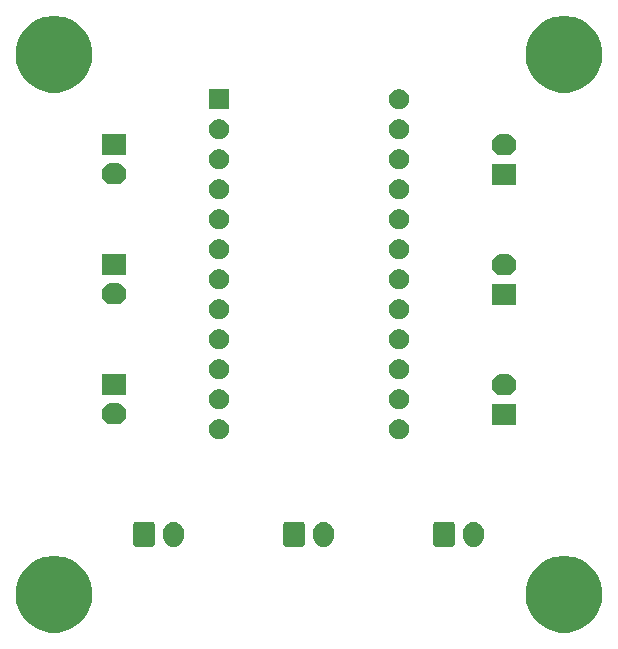
<source format=gbr>
G04 #@! TF.GenerationSoftware,KiCad,Pcbnew,(5.1.5)-3*
G04 #@! TF.CreationDate,2020-03-31T15:12:15+09:00*
G04 #@! TF.ProjectId,sif,7369662e-6b69-4636-9164-5f7063625858,rev?*
G04 #@! TF.SameCoordinates,Original*
G04 #@! TF.FileFunction,Soldermask,Top*
G04 #@! TF.FilePolarity,Negative*
%FSLAX46Y46*%
G04 Gerber Fmt 4.6, Leading zero omitted, Abs format (unit mm)*
G04 Created by KiCad (PCBNEW (5.1.5)-3) date 2020-03-31 15:12:15*
%MOMM*%
%LPD*%
G04 APERTURE LIST*
%ADD10C,0.150000*%
G04 APERTURE END LIST*
D10*
G36*
X60324239Y-59041467D02*
G01*
X60638282Y-59103934D01*
X61229926Y-59349001D01*
X61762392Y-59704784D01*
X62215216Y-60157608D01*
X62570999Y-60690074D01*
X62816066Y-61281718D01*
X62816066Y-61281719D01*
X62941000Y-61909803D01*
X62941000Y-62550197D01*
X62878533Y-62864239D01*
X62816066Y-63178282D01*
X62570999Y-63769926D01*
X62215216Y-64302392D01*
X61762392Y-64755216D01*
X61229926Y-65110999D01*
X60638282Y-65356066D01*
X60324239Y-65418533D01*
X60010197Y-65481000D01*
X59369803Y-65481000D01*
X59055761Y-65418533D01*
X58741718Y-65356066D01*
X58150074Y-65110999D01*
X57617608Y-64755216D01*
X57164784Y-64302392D01*
X56809001Y-63769926D01*
X56563934Y-63178282D01*
X56501467Y-62864239D01*
X56439000Y-62550197D01*
X56439000Y-61909803D01*
X56563934Y-61281719D01*
X56563934Y-61281718D01*
X56809001Y-60690074D01*
X57164784Y-60157608D01*
X57617608Y-59704784D01*
X58150074Y-59349001D01*
X58741718Y-59103934D01*
X59055761Y-59041467D01*
X59369803Y-58979000D01*
X60010197Y-58979000D01*
X60324239Y-59041467D01*
G37*
G36*
X17144239Y-59041467D02*
G01*
X17458282Y-59103934D01*
X18049926Y-59349001D01*
X18582392Y-59704784D01*
X19035216Y-60157608D01*
X19390999Y-60690074D01*
X19636066Y-61281718D01*
X19636066Y-61281719D01*
X19761000Y-61909803D01*
X19761000Y-62550197D01*
X19698533Y-62864239D01*
X19636066Y-63178282D01*
X19390999Y-63769926D01*
X19035216Y-64302392D01*
X18582392Y-64755216D01*
X18049926Y-65110999D01*
X17458282Y-65356066D01*
X17144239Y-65418533D01*
X16830197Y-65481000D01*
X16189803Y-65481000D01*
X15875761Y-65418533D01*
X15561718Y-65356066D01*
X14970074Y-65110999D01*
X14437608Y-64755216D01*
X13984784Y-64302392D01*
X13629001Y-63769926D01*
X13383934Y-63178282D01*
X13321467Y-62864239D01*
X13259000Y-62550197D01*
X13259000Y-61909803D01*
X13383934Y-61281719D01*
X13383934Y-61281718D01*
X13629001Y-60690074D01*
X13984784Y-60157608D01*
X14437608Y-59704784D01*
X14970074Y-59349001D01*
X15561718Y-59103934D01*
X15875761Y-59041467D01*
X16189803Y-58979000D01*
X16830197Y-58979000D01*
X17144239Y-59041467D01*
G37*
G36*
X52206626Y-56112037D02*
G01*
X52376465Y-56163557D01*
X52376467Y-56163558D01*
X52532989Y-56247221D01*
X52670186Y-56359814D01*
X52753448Y-56461271D01*
X52782778Y-56497009D01*
X52866443Y-56653534D01*
X52917963Y-56823373D01*
X52931000Y-56955742D01*
X52931000Y-57344257D01*
X52917963Y-57476626D01*
X52866443Y-57646466D01*
X52782778Y-57802991D01*
X52753448Y-57838729D01*
X52670186Y-57940186D01*
X52575250Y-58018097D01*
X52532991Y-58052778D01*
X52376466Y-58136443D01*
X52206627Y-58187963D01*
X52030000Y-58205359D01*
X51853374Y-58187963D01*
X51683535Y-58136443D01*
X51527010Y-58052778D01*
X51389815Y-57940185D01*
X51277222Y-57802991D01*
X51193557Y-57646466D01*
X51142037Y-57476627D01*
X51129000Y-57344258D01*
X51129000Y-56955743D01*
X51142037Y-56823374D01*
X51193557Y-56653535D01*
X51277222Y-56497010D01*
X51277223Y-56497009D01*
X51389814Y-56359814D01*
X51491271Y-56276552D01*
X51527009Y-56247222D01*
X51683534Y-56163557D01*
X51853373Y-56112037D01*
X52030000Y-56094641D01*
X52206626Y-56112037D01*
G37*
G36*
X26806626Y-56112037D02*
G01*
X26976465Y-56163557D01*
X26976467Y-56163558D01*
X27132989Y-56247221D01*
X27270186Y-56359814D01*
X27353448Y-56461271D01*
X27382778Y-56497009D01*
X27466443Y-56653534D01*
X27517963Y-56823373D01*
X27531000Y-56955742D01*
X27531000Y-57344257D01*
X27517963Y-57476626D01*
X27466443Y-57646466D01*
X27382778Y-57802991D01*
X27353448Y-57838729D01*
X27270186Y-57940186D01*
X27175250Y-58018097D01*
X27132991Y-58052778D01*
X26976466Y-58136443D01*
X26806627Y-58187963D01*
X26630000Y-58205359D01*
X26453374Y-58187963D01*
X26283535Y-58136443D01*
X26127010Y-58052778D01*
X25989815Y-57940185D01*
X25877222Y-57802991D01*
X25793557Y-57646466D01*
X25742037Y-57476627D01*
X25729000Y-57344258D01*
X25729000Y-56955743D01*
X25742037Y-56823374D01*
X25793557Y-56653535D01*
X25877222Y-56497010D01*
X25877223Y-56497009D01*
X25989814Y-56359814D01*
X26091271Y-56276552D01*
X26127009Y-56247222D01*
X26283534Y-56163557D01*
X26453373Y-56112037D01*
X26630000Y-56094641D01*
X26806626Y-56112037D01*
G37*
G36*
X39506626Y-56112037D02*
G01*
X39676465Y-56163557D01*
X39676467Y-56163558D01*
X39832989Y-56247221D01*
X39970186Y-56359814D01*
X40053448Y-56461271D01*
X40082778Y-56497009D01*
X40166443Y-56653534D01*
X40217963Y-56823373D01*
X40231000Y-56955742D01*
X40231000Y-57344257D01*
X40217963Y-57476626D01*
X40166443Y-57646466D01*
X40082778Y-57802991D01*
X40053448Y-57838729D01*
X39970186Y-57940186D01*
X39875250Y-58018097D01*
X39832991Y-58052778D01*
X39676466Y-58136443D01*
X39506627Y-58187963D01*
X39330000Y-58205359D01*
X39153374Y-58187963D01*
X38983535Y-58136443D01*
X38827010Y-58052778D01*
X38689815Y-57940185D01*
X38577222Y-57802991D01*
X38493557Y-57646466D01*
X38442037Y-57476627D01*
X38429000Y-57344258D01*
X38429000Y-56955743D01*
X38442037Y-56823374D01*
X38493557Y-56653535D01*
X38577222Y-56497010D01*
X38577223Y-56497009D01*
X38689814Y-56359814D01*
X38791271Y-56276552D01*
X38827009Y-56247222D01*
X38983534Y-56163557D01*
X39153373Y-56112037D01*
X39330000Y-56094641D01*
X39506626Y-56112037D01*
G37*
G36*
X37588600Y-56102989D02*
G01*
X37621652Y-56113015D01*
X37652103Y-56129292D01*
X37678799Y-56151201D01*
X37700708Y-56177897D01*
X37716985Y-56208348D01*
X37727011Y-56241400D01*
X37731000Y-56281903D01*
X37731000Y-58018097D01*
X37727011Y-58058600D01*
X37716985Y-58091652D01*
X37700708Y-58122103D01*
X37678799Y-58148799D01*
X37652103Y-58170708D01*
X37621652Y-58186985D01*
X37588600Y-58197011D01*
X37548097Y-58201000D01*
X36111903Y-58201000D01*
X36071400Y-58197011D01*
X36038348Y-58186985D01*
X36007897Y-58170708D01*
X35981201Y-58148799D01*
X35959292Y-58122103D01*
X35943015Y-58091652D01*
X35932989Y-58058600D01*
X35929000Y-58018097D01*
X35929000Y-56281903D01*
X35932989Y-56241400D01*
X35943015Y-56208348D01*
X35959292Y-56177897D01*
X35981201Y-56151201D01*
X36007897Y-56129292D01*
X36038348Y-56113015D01*
X36071400Y-56102989D01*
X36111903Y-56099000D01*
X37548097Y-56099000D01*
X37588600Y-56102989D01*
G37*
G36*
X24888600Y-56102989D02*
G01*
X24921652Y-56113015D01*
X24952103Y-56129292D01*
X24978799Y-56151201D01*
X25000708Y-56177897D01*
X25016985Y-56208348D01*
X25027011Y-56241400D01*
X25031000Y-56281903D01*
X25031000Y-58018097D01*
X25027011Y-58058600D01*
X25016985Y-58091652D01*
X25000708Y-58122103D01*
X24978799Y-58148799D01*
X24952103Y-58170708D01*
X24921652Y-58186985D01*
X24888600Y-58197011D01*
X24848097Y-58201000D01*
X23411903Y-58201000D01*
X23371400Y-58197011D01*
X23338348Y-58186985D01*
X23307897Y-58170708D01*
X23281201Y-58148799D01*
X23259292Y-58122103D01*
X23243015Y-58091652D01*
X23232989Y-58058600D01*
X23229000Y-58018097D01*
X23229000Y-56281903D01*
X23232989Y-56241400D01*
X23243015Y-56208348D01*
X23259292Y-56177897D01*
X23281201Y-56151201D01*
X23307897Y-56129292D01*
X23338348Y-56113015D01*
X23371400Y-56102989D01*
X23411903Y-56099000D01*
X24848097Y-56099000D01*
X24888600Y-56102989D01*
G37*
G36*
X50288600Y-56102989D02*
G01*
X50321652Y-56113015D01*
X50352103Y-56129292D01*
X50378799Y-56151201D01*
X50400708Y-56177897D01*
X50416985Y-56208348D01*
X50427011Y-56241400D01*
X50431000Y-56281903D01*
X50431000Y-58018097D01*
X50427011Y-58058600D01*
X50416985Y-58091652D01*
X50400708Y-58122103D01*
X50378799Y-58148799D01*
X50352103Y-58170708D01*
X50321652Y-58186985D01*
X50288600Y-58197011D01*
X50248097Y-58201000D01*
X48811903Y-58201000D01*
X48771400Y-58197011D01*
X48738348Y-58186985D01*
X48707897Y-58170708D01*
X48681201Y-58148799D01*
X48659292Y-58122103D01*
X48643015Y-58091652D01*
X48632989Y-58058600D01*
X48629000Y-58018097D01*
X48629000Y-56281903D01*
X48632989Y-56241400D01*
X48643015Y-56208348D01*
X48659292Y-56177897D01*
X48681201Y-56151201D01*
X48707897Y-56129292D01*
X48738348Y-56113015D01*
X48771400Y-56102989D01*
X48811903Y-56099000D01*
X50248097Y-56099000D01*
X50288600Y-56102989D01*
G37*
G36*
X45968228Y-47441703D02*
G01*
X46123100Y-47505853D01*
X46262481Y-47598985D01*
X46381015Y-47717519D01*
X46474147Y-47856900D01*
X46538297Y-48011772D01*
X46571000Y-48176184D01*
X46571000Y-48343816D01*
X46538297Y-48508228D01*
X46474147Y-48663100D01*
X46381015Y-48802481D01*
X46262481Y-48921015D01*
X46123100Y-49014147D01*
X45968228Y-49078297D01*
X45803816Y-49111000D01*
X45636184Y-49111000D01*
X45471772Y-49078297D01*
X45316900Y-49014147D01*
X45177519Y-48921015D01*
X45058985Y-48802481D01*
X44965853Y-48663100D01*
X44901703Y-48508228D01*
X44869000Y-48343816D01*
X44869000Y-48176184D01*
X44901703Y-48011772D01*
X44965853Y-47856900D01*
X45058985Y-47717519D01*
X45177519Y-47598985D01*
X45316900Y-47505853D01*
X45471772Y-47441703D01*
X45636184Y-47409000D01*
X45803816Y-47409000D01*
X45968228Y-47441703D01*
G37*
G36*
X30728228Y-47441703D02*
G01*
X30883100Y-47505853D01*
X31022481Y-47598985D01*
X31141015Y-47717519D01*
X31234147Y-47856900D01*
X31298297Y-48011772D01*
X31331000Y-48176184D01*
X31331000Y-48343816D01*
X31298297Y-48508228D01*
X31234147Y-48663100D01*
X31141015Y-48802481D01*
X31022481Y-48921015D01*
X30883100Y-49014147D01*
X30728228Y-49078297D01*
X30563816Y-49111000D01*
X30396184Y-49111000D01*
X30231772Y-49078297D01*
X30076900Y-49014147D01*
X29937519Y-48921015D01*
X29818985Y-48802481D01*
X29725853Y-48663100D01*
X29661703Y-48508228D01*
X29629000Y-48343816D01*
X29629000Y-48176184D01*
X29661703Y-48011772D01*
X29725853Y-47856900D01*
X29818985Y-47717519D01*
X29937519Y-47598985D01*
X30076900Y-47505853D01*
X30231772Y-47441703D01*
X30396184Y-47409000D01*
X30563816Y-47409000D01*
X30728228Y-47441703D01*
G37*
G36*
X55518600Y-46092989D02*
G01*
X55551652Y-46103015D01*
X55582103Y-46119292D01*
X55608799Y-46141201D01*
X55630708Y-46167897D01*
X55646985Y-46198348D01*
X55657011Y-46231400D01*
X55661000Y-46271903D01*
X55661000Y-47708097D01*
X55657011Y-47748600D01*
X55646985Y-47781652D01*
X55630708Y-47812103D01*
X55608799Y-47838799D01*
X55582103Y-47860708D01*
X55551652Y-47876985D01*
X55518600Y-47887011D01*
X55478097Y-47891000D01*
X53741903Y-47891000D01*
X53701400Y-47887011D01*
X53668348Y-47876985D01*
X53637897Y-47860708D01*
X53611201Y-47838799D01*
X53589292Y-47812103D01*
X53573015Y-47781652D01*
X53562989Y-47748600D01*
X53559000Y-47708097D01*
X53559000Y-46271903D01*
X53562989Y-46231400D01*
X53573015Y-46198348D01*
X53589292Y-46167897D01*
X53611201Y-46141201D01*
X53637897Y-46119292D01*
X53668348Y-46103015D01*
X53701400Y-46092989D01*
X53741903Y-46089000D01*
X55478097Y-46089000D01*
X55518600Y-46092989D01*
G37*
G36*
X21850443Y-46055519D02*
G01*
X21916627Y-46062037D01*
X22086466Y-46113557D01*
X22242991Y-46197222D01*
X22254630Y-46206774D01*
X22380186Y-46309814D01*
X22438618Y-46381015D01*
X22492778Y-46447009D01*
X22576443Y-46603534D01*
X22627963Y-46773373D01*
X22645359Y-46950000D01*
X22627963Y-47126627D01*
X22576443Y-47296466D01*
X22492778Y-47452991D01*
X22463448Y-47488729D01*
X22380186Y-47590186D01*
X22278729Y-47673448D01*
X22242991Y-47702778D01*
X22086466Y-47786443D01*
X21916627Y-47837963D01*
X21850442Y-47844482D01*
X21784260Y-47851000D01*
X21395740Y-47851000D01*
X21329558Y-47844482D01*
X21263373Y-47837963D01*
X21093534Y-47786443D01*
X20937009Y-47702778D01*
X20901271Y-47673448D01*
X20799814Y-47590186D01*
X20716552Y-47488729D01*
X20687222Y-47452991D01*
X20603557Y-47296466D01*
X20552037Y-47126627D01*
X20534641Y-46950000D01*
X20552037Y-46773373D01*
X20603557Y-46603534D01*
X20687222Y-46447009D01*
X20741382Y-46381015D01*
X20799814Y-46309814D01*
X20925370Y-46206774D01*
X20937009Y-46197222D01*
X21093534Y-46113557D01*
X21263373Y-46062037D01*
X21329557Y-46055519D01*
X21395740Y-46049000D01*
X21784260Y-46049000D01*
X21850443Y-46055519D01*
G37*
G36*
X45968228Y-44901703D02*
G01*
X46123100Y-44965853D01*
X46262481Y-45058985D01*
X46381015Y-45177519D01*
X46474147Y-45316900D01*
X46538297Y-45471772D01*
X46571000Y-45636184D01*
X46571000Y-45803816D01*
X46538297Y-45968228D01*
X46474147Y-46123100D01*
X46381015Y-46262481D01*
X46262481Y-46381015D01*
X46123100Y-46474147D01*
X45968228Y-46538297D01*
X45803816Y-46571000D01*
X45636184Y-46571000D01*
X45471772Y-46538297D01*
X45316900Y-46474147D01*
X45177519Y-46381015D01*
X45058985Y-46262481D01*
X44965853Y-46123100D01*
X44901703Y-45968228D01*
X44869000Y-45803816D01*
X44869000Y-45636184D01*
X44901703Y-45471772D01*
X44965853Y-45316900D01*
X45058985Y-45177519D01*
X45177519Y-45058985D01*
X45316900Y-44965853D01*
X45471772Y-44901703D01*
X45636184Y-44869000D01*
X45803816Y-44869000D01*
X45968228Y-44901703D01*
G37*
G36*
X30728228Y-44901703D02*
G01*
X30883100Y-44965853D01*
X31022481Y-45058985D01*
X31141015Y-45177519D01*
X31234147Y-45316900D01*
X31298297Y-45471772D01*
X31331000Y-45636184D01*
X31331000Y-45803816D01*
X31298297Y-45968228D01*
X31234147Y-46123100D01*
X31141015Y-46262481D01*
X31022481Y-46381015D01*
X30883100Y-46474147D01*
X30728228Y-46538297D01*
X30563816Y-46571000D01*
X30396184Y-46571000D01*
X30231772Y-46538297D01*
X30076900Y-46474147D01*
X29937519Y-46381015D01*
X29818985Y-46262481D01*
X29725853Y-46123100D01*
X29661703Y-45968228D01*
X29629000Y-45803816D01*
X29629000Y-45636184D01*
X29661703Y-45471772D01*
X29725853Y-45316900D01*
X29818985Y-45177519D01*
X29937519Y-45058985D01*
X30076900Y-44965853D01*
X30231772Y-44901703D01*
X30396184Y-44869000D01*
X30563816Y-44869000D01*
X30728228Y-44901703D01*
G37*
G36*
X54851583Y-43593661D02*
G01*
X54936627Y-43602037D01*
X55106466Y-43653557D01*
X55262991Y-43737222D01*
X55293550Y-43762301D01*
X55400186Y-43849814D01*
X55469395Y-43934147D01*
X55512778Y-43987009D01*
X55596443Y-44143534D01*
X55647963Y-44313373D01*
X55665359Y-44490000D01*
X55647963Y-44666627D01*
X55596443Y-44836466D01*
X55512778Y-44992991D01*
X55483448Y-45028729D01*
X55400186Y-45130186D01*
X55304637Y-45208600D01*
X55262991Y-45242778D01*
X55106466Y-45326443D01*
X54936627Y-45377963D01*
X54870443Y-45384481D01*
X54804260Y-45391000D01*
X54415740Y-45391000D01*
X54349557Y-45384481D01*
X54283373Y-45377963D01*
X54113534Y-45326443D01*
X53957009Y-45242778D01*
X53915363Y-45208600D01*
X53819814Y-45130186D01*
X53736552Y-45028729D01*
X53707222Y-44992991D01*
X53623557Y-44836466D01*
X53572037Y-44666627D01*
X53554641Y-44490000D01*
X53572037Y-44313373D01*
X53623557Y-44143534D01*
X53707222Y-43987009D01*
X53750605Y-43934147D01*
X53819814Y-43849814D01*
X53926450Y-43762301D01*
X53957009Y-43737222D01*
X54113534Y-43653557D01*
X54283373Y-43602037D01*
X54368417Y-43593661D01*
X54415740Y-43589000D01*
X54804260Y-43589000D01*
X54851583Y-43593661D01*
G37*
G36*
X22498600Y-43552989D02*
G01*
X22531652Y-43563015D01*
X22562103Y-43579292D01*
X22588799Y-43601201D01*
X22610708Y-43627897D01*
X22626985Y-43658348D01*
X22637011Y-43691400D01*
X22641000Y-43731903D01*
X22641000Y-45168097D01*
X22637011Y-45208600D01*
X22626985Y-45241652D01*
X22610708Y-45272103D01*
X22588799Y-45298799D01*
X22562103Y-45320708D01*
X22531652Y-45336985D01*
X22498600Y-45347011D01*
X22458097Y-45351000D01*
X20721903Y-45351000D01*
X20681400Y-45347011D01*
X20648348Y-45336985D01*
X20617897Y-45320708D01*
X20591201Y-45298799D01*
X20569292Y-45272103D01*
X20553015Y-45241652D01*
X20542989Y-45208600D01*
X20539000Y-45168097D01*
X20539000Y-43731903D01*
X20542989Y-43691400D01*
X20553015Y-43658348D01*
X20569292Y-43627897D01*
X20591201Y-43601201D01*
X20617897Y-43579292D01*
X20648348Y-43563015D01*
X20681400Y-43552989D01*
X20721903Y-43549000D01*
X22458097Y-43549000D01*
X22498600Y-43552989D01*
G37*
G36*
X30728228Y-42361703D02*
G01*
X30883100Y-42425853D01*
X31022481Y-42518985D01*
X31141015Y-42637519D01*
X31234147Y-42776900D01*
X31298297Y-42931772D01*
X31331000Y-43096184D01*
X31331000Y-43263816D01*
X31298297Y-43428228D01*
X31234147Y-43583100D01*
X31141015Y-43722481D01*
X31022481Y-43841015D01*
X30883100Y-43934147D01*
X30728228Y-43998297D01*
X30563816Y-44031000D01*
X30396184Y-44031000D01*
X30231772Y-43998297D01*
X30076900Y-43934147D01*
X29937519Y-43841015D01*
X29818985Y-43722481D01*
X29725853Y-43583100D01*
X29661703Y-43428228D01*
X29629000Y-43263816D01*
X29629000Y-43096184D01*
X29661703Y-42931772D01*
X29725853Y-42776900D01*
X29818985Y-42637519D01*
X29937519Y-42518985D01*
X30076900Y-42425853D01*
X30231772Y-42361703D01*
X30396184Y-42329000D01*
X30563816Y-42329000D01*
X30728228Y-42361703D01*
G37*
G36*
X45968228Y-42361703D02*
G01*
X46123100Y-42425853D01*
X46262481Y-42518985D01*
X46381015Y-42637519D01*
X46474147Y-42776900D01*
X46538297Y-42931772D01*
X46571000Y-43096184D01*
X46571000Y-43263816D01*
X46538297Y-43428228D01*
X46474147Y-43583100D01*
X46381015Y-43722481D01*
X46262481Y-43841015D01*
X46123100Y-43934147D01*
X45968228Y-43998297D01*
X45803816Y-44031000D01*
X45636184Y-44031000D01*
X45471772Y-43998297D01*
X45316900Y-43934147D01*
X45177519Y-43841015D01*
X45058985Y-43722481D01*
X44965853Y-43583100D01*
X44901703Y-43428228D01*
X44869000Y-43263816D01*
X44869000Y-43096184D01*
X44901703Y-42931772D01*
X44965853Y-42776900D01*
X45058985Y-42637519D01*
X45177519Y-42518985D01*
X45316900Y-42425853D01*
X45471772Y-42361703D01*
X45636184Y-42329000D01*
X45803816Y-42329000D01*
X45968228Y-42361703D01*
G37*
G36*
X30728228Y-39821703D02*
G01*
X30883100Y-39885853D01*
X31022481Y-39978985D01*
X31141015Y-40097519D01*
X31234147Y-40236900D01*
X31298297Y-40391772D01*
X31331000Y-40556184D01*
X31331000Y-40723816D01*
X31298297Y-40888228D01*
X31234147Y-41043100D01*
X31141015Y-41182481D01*
X31022481Y-41301015D01*
X30883100Y-41394147D01*
X30728228Y-41458297D01*
X30563816Y-41491000D01*
X30396184Y-41491000D01*
X30231772Y-41458297D01*
X30076900Y-41394147D01*
X29937519Y-41301015D01*
X29818985Y-41182481D01*
X29725853Y-41043100D01*
X29661703Y-40888228D01*
X29629000Y-40723816D01*
X29629000Y-40556184D01*
X29661703Y-40391772D01*
X29725853Y-40236900D01*
X29818985Y-40097519D01*
X29937519Y-39978985D01*
X30076900Y-39885853D01*
X30231772Y-39821703D01*
X30396184Y-39789000D01*
X30563816Y-39789000D01*
X30728228Y-39821703D01*
G37*
G36*
X45968228Y-39821703D02*
G01*
X46123100Y-39885853D01*
X46262481Y-39978985D01*
X46381015Y-40097519D01*
X46474147Y-40236900D01*
X46538297Y-40391772D01*
X46571000Y-40556184D01*
X46571000Y-40723816D01*
X46538297Y-40888228D01*
X46474147Y-41043100D01*
X46381015Y-41182481D01*
X46262481Y-41301015D01*
X46123100Y-41394147D01*
X45968228Y-41458297D01*
X45803816Y-41491000D01*
X45636184Y-41491000D01*
X45471772Y-41458297D01*
X45316900Y-41394147D01*
X45177519Y-41301015D01*
X45058985Y-41182481D01*
X44965853Y-41043100D01*
X44901703Y-40888228D01*
X44869000Y-40723816D01*
X44869000Y-40556184D01*
X44901703Y-40391772D01*
X44965853Y-40236900D01*
X45058985Y-40097519D01*
X45177519Y-39978985D01*
X45316900Y-39885853D01*
X45471772Y-39821703D01*
X45636184Y-39789000D01*
X45803816Y-39789000D01*
X45968228Y-39821703D01*
G37*
G36*
X30728228Y-37281703D02*
G01*
X30883100Y-37345853D01*
X31022481Y-37438985D01*
X31141015Y-37557519D01*
X31234147Y-37696900D01*
X31298297Y-37851772D01*
X31331000Y-38016184D01*
X31331000Y-38183816D01*
X31298297Y-38348228D01*
X31234147Y-38503100D01*
X31141015Y-38642481D01*
X31022481Y-38761015D01*
X30883100Y-38854147D01*
X30728228Y-38918297D01*
X30563816Y-38951000D01*
X30396184Y-38951000D01*
X30231772Y-38918297D01*
X30076900Y-38854147D01*
X29937519Y-38761015D01*
X29818985Y-38642481D01*
X29725853Y-38503100D01*
X29661703Y-38348228D01*
X29629000Y-38183816D01*
X29629000Y-38016184D01*
X29661703Y-37851772D01*
X29725853Y-37696900D01*
X29818985Y-37557519D01*
X29937519Y-37438985D01*
X30076900Y-37345853D01*
X30231772Y-37281703D01*
X30396184Y-37249000D01*
X30563816Y-37249000D01*
X30728228Y-37281703D01*
G37*
G36*
X45968228Y-37281703D02*
G01*
X46123100Y-37345853D01*
X46262481Y-37438985D01*
X46381015Y-37557519D01*
X46474147Y-37696900D01*
X46538297Y-37851772D01*
X46571000Y-38016184D01*
X46571000Y-38183816D01*
X46538297Y-38348228D01*
X46474147Y-38503100D01*
X46381015Y-38642481D01*
X46262481Y-38761015D01*
X46123100Y-38854147D01*
X45968228Y-38918297D01*
X45803816Y-38951000D01*
X45636184Y-38951000D01*
X45471772Y-38918297D01*
X45316900Y-38854147D01*
X45177519Y-38761015D01*
X45058985Y-38642481D01*
X44965853Y-38503100D01*
X44901703Y-38348228D01*
X44869000Y-38183816D01*
X44869000Y-38016184D01*
X44901703Y-37851772D01*
X44965853Y-37696900D01*
X45058985Y-37557519D01*
X45177519Y-37438985D01*
X45316900Y-37345853D01*
X45471772Y-37281703D01*
X45636184Y-37249000D01*
X45803816Y-37249000D01*
X45968228Y-37281703D01*
G37*
G36*
X55518600Y-35932989D02*
G01*
X55551652Y-35943015D01*
X55582103Y-35959292D01*
X55608799Y-35981201D01*
X55630708Y-36007897D01*
X55646985Y-36038348D01*
X55657011Y-36071400D01*
X55661000Y-36111903D01*
X55661000Y-37548097D01*
X55657011Y-37588600D01*
X55646985Y-37621652D01*
X55630708Y-37652103D01*
X55608799Y-37678799D01*
X55582103Y-37700708D01*
X55551652Y-37716985D01*
X55518600Y-37727011D01*
X55478097Y-37731000D01*
X53741903Y-37731000D01*
X53701400Y-37727011D01*
X53668348Y-37716985D01*
X53637897Y-37700708D01*
X53611201Y-37678799D01*
X53589292Y-37652103D01*
X53573015Y-37621652D01*
X53562989Y-37588600D01*
X53559000Y-37548097D01*
X53559000Y-36111903D01*
X53562989Y-36071400D01*
X53573015Y-36038348D01*
X53589292Y-36007897D01*
X53611201Y-35981201D01*
X53637897Y-35959292D01*
X53668348Y-35943015D01*
X53701400Y-35932989D01*
X53741903Y-35929000D01*
X55478097Y-35929000D01*
X55518600Y-35932989D01*
G37*
G36*
X21850442Y-35895518D02*
G01*
X21916627Y-35902037D01*
X22086466Y-35953557D01*
X22242991Y-36037222D01*
X22254630Y-36046774D01*
X22380186Y-36149814D01*
X22438618Y-36221015D01*
X22492778Y-36287009D01*
X22576443Y-36443534D01*
X22627963Y-36613373D01*
X22645359Y-36790000D01*
X22627963Y-36966627D01*
X22576443Y-37136466D01*
X22492778Y-37292991D01*
X22463448Y-37328729D01*
X22380186Y-37430186D01*
X22278729Y-37513448D01*
X22242991Y-37542778D01*
X22086466Y-37626443D01*
X21916627Y-37677963D01*
X21850443Y-37684481D01*
X21784260Y-37691000D01*
X21395740Y-37691000D01*
X21329557Y-37684481D01*
X21263373Y-37677963D01*
X21093534Y-37626443D01*
X20937009Y-37542778D01*
X20901271Y-37513448D01*
X20799814Y-37430186D01*
X20716552Y-37328729D01*
X20687222Y-37292991D01*
X20603557Y-37136466D01*
X20552037Y-36966627D01*
X20534641Y-36790000D01*
X20552037Y-36613373D01*
X20603557Y-36443534D01*
X20687222Y-36287009D01*
X20741382Y-36221015D01*
X20799814Y-36149814D01*
X20925370Y-36046774D01*
X20937009Y-36037222D01*
X21093534Y-35953557D01*
X21263373Y-35902037D01*
X21329558Y-35895518D01*
X21395740Y-35889000D01*
X21784260Y-35889000D01*
X21850442Y-35895518D01*
G37*
G36*
X30728228Y-34741703D02*
G01*
X30883100Y-34805853D01*
X31022481Y-34898985D01*
X31141015Y-35017519D01*
X31234147Y-35156900D01*
X31298297Y-35311772D01*
X31331000Y-35476184D01*
X31331000Y-35643816D01*
X31298297Y-35808228D01*
X31234147Y-35963100D01*
X31141015Y-36102481D01*
X31022481Y-36221015D01*
X30883100Y-36314147D01*
X30728228Y-36378297D01*
X30563816Y-36411000D01*
X30396184Y-36411000D01*
X30231772Y-36378297D01*
X30076900Y-36314147D01*
X29937519Y-36221015D01*
X29818985Y-36102481D01*
X29725853Y-35963100D01*
X29661703Y-35808228D01*
X29629000Y-35643816D01*
X29629000Y-35476184D01*
X29661703Y-35311772D01*
X29725853Y-35156900D01*
X29818985Y-35017519D01*
X29937519Y-34898985D01*
X30076900Y-34805853D01*
X30231772Y-34741703D01*
X30396184Y-34709000D01*
X30563816Y-34709000D01*
X30728228Y-34741703D01*
G37*
G36*
X45968228Y-34741703D02*
G01*
X46123100Y-34805853D01*
X46262481Y-34898985D01*
X46381015Y-35017519D01*
X46474147Y-35156900D01*
X46538297Y-35311772D01*
X46571000Y-35476184D01*
X46571000Y-35643816D01*
X46538297Y-35808228D01*
X46474147Y-35963100D01*
X46381015Y-36102481D01*
X46262481Y-36221015D01*
X46123100Y-36314147D01*
X45968228Y-36378297D01*
X45803816Y-36411000D01*
X45636184Y-36411000D01*
X45471772Y-36378297D01*
X45316900Y-36314147D01*
X45177519Y-36221015D01*
X45058985Y-36102481D01*
X44965853Y-35963100D01*
X44901703Y-35808228D01*
X44869000Y-35643816D01*
X44869000Y-35476184D01*
X44901703Y-35311772D01*
X44965853Y-35156900D01*
X45058985Y-35017519D01*
X45177519Y-34898985D01*
X45316900Y-34805853D01*
X45471772Y-34741703D01*
X45636184Y-34709000D01*
X45803816Y-34709000D01*
X45968228Y-34741703D01*
G37*
G36*
X54851583Y-33433661D02*
G01*
X54936627Y-33442037D01*
X55106466Y-33493557D01*
X55262991Y-33577222D01*
X55293550Y-33602301D01*
X55400186Y-33689814D01*
X55469395Y-33774147D01*
X55512778Y-33827009D01*
X55596443Y-33983534D01*
X55647963Y-34153373D01*
X55665359Y-34330000D01*
X55647963Y-34506627D01*
X55596443Y-34676466D01*
X55512778Y-34832991D01*
X55483448Y-34868729D01*
X55400186Y-34970186D01*
X55304637Y-35048600D01*
X55262991Y-35082778D01*
X55106466Y-35166443D01*
X54936627Y-35217963D01*
X54870442Y-35224482D01*
X54804260Y-35231000D01*
X54415740Y-35231000D01*
X54349558Y-35224482D01*
X54283373Y-35217963D01*
X54113534Y-35166443D01*
X53957009Y-35082778D01*
X53915363Y-35048600D01*
X53819814Y-34970186D01*
X53736552Y-34868729D01*
X53707222Y-34832991D01*
X53623557Y-34676466D01*
X53572037Y-34506627D01*
X53554641Y-34330000D01*
X53572037Y-34153373D01*
X53623557Y-33983534D01*
X53707222Y-33827009D01*
X53750605Y-33774147D01*
X53819814Y-33689814D01*
X53926450Y-33602301D01*
X53957009Y-33577222D01*
X54113534Y-33493557D01*
X54283373Y-33442037D01*
X54368417Y-33433661D01*
X54415740Y-33429000D01*
X54804260Y-33429000D01*
X54851583Y-33433661D01*
G37*
G36*
X22498600Y-33392989D02*
G01*
X22531652Y-33403015D01*
X22562103Y-33419292D01*
X22588799Y-33441201D01*
X22610708Y-33467897D01*
X22626985Y-33498348D01*
X22637011Y-33531400D01*
X22641000Y-33571903D01*
X22641000Y-35008097D01*
X22637011Y-35048600D01*
X22626985Y-35081652D01*
X22610708Y-35112103D01*
X22588799Y-35138799D01*
X22562103Y-35160708D01*
X22531652Y-35176985D01*
X22498600Y-35187011D01*
X22458097Y-35191000D01*
X20721903Y-35191000D01*
X20681400Y-35187011D01*
X20648348Y-35176985D01*
X20617897Y-35160708D01*
X20591201Y-35138799D01*
X20569292Y-35112103D01*
X20553015Y-35081652D01*
X20542989Y-35048600D01*
X20539000Y-35008097D01*
X20539000Y-33571903D01*
X20542989Y-33531400D01*
X20553015Y-33498348D01*
X20569292Y-33467897D01*
X20591201Y-33441201D01*
X20617897Y-33419292D01*
X20648348Y-33403015D01*
X20681400Y-33392989D01*
X20721903Y-33389000D01*
X22458097Y-33389000D01*
X22498600Y-33392989D01*
G37*
G36*
X30728228Y-32201703D02*
G01*
X30883100Y-32265853D01*
X31022481Y-32358985D01*
X31141015Y-32477519D01*
X31234147Y-32616900D01*
X31298297Y-32771772D01*
X31331000Y-32936184D01*
X31331000Y-33103816D01*
X31298297Y-33268228D01*
X31234147Y-33423100D01*
X31141015Y-33562481D01*
X31022481Y-33681015D01*
X30883100Y-33774147D01*
X30728228Y-33838297D01*
X30563816Y-33871000D01*
X30396184Y-33871000D01*
X30231772Y-33838297D01*
X30076900Y-33774147D01*
X29937519Y-33681015D01*
X29818985Y-33562481D01*
X29725853Y-33423100D01*
X29661703Y-33268228D01*
X29629000Y-33103816D01*
X29629000Y-32936184D01*
X29661703Y-32771772D01*
X29725853Y-32616900D01*
X29818985Y-32477519D01*
X29937519Y-32358985D01*
X30076900Y-32265853D01*
X30231772Y-32201703D01*
X30396184Y-32169000D01*
X30563816Y-32169000D01*
X30728228Y-32201703D01*
G37*
G36*
X45968228Y-32201703D02*
G01*
X46123100Y-32265853D01*
X46262481Y-32358985D01*
X46381015Y-32477519D01*
X46474147Y-32616900D01*
X46538297Y-32771772D01*
X46571000Y-32936184D01*
X46571000Y-33103816D01*
X46538297Y-33268228D01*
X46474147Y-33423100D01*
X46381015Y-33562481D01*
X46262481Y-33681015D01*
X46123100Y-33774147D01*
X45968228Y-33838297D01*
X45803816Y-33871000D01*
X45636184Y-33871000D01*
X45471772Y-33838297D01*
X45316900Y-33774147D01*
X45177519Y-33681015D01*
X45058985Y-33562481D01*
X44965853Y-33423100D01*
X44901703Y-33268228D01*
X44869000Y-33103816D01*
X44869000Y-32936184D01*
X44901703Y-32771772D01*
X44965853Y-32616900D01*
X45058985Y-32477519D01*
X45177519Y-32358985D01*
X45316900Y-32265853D01*
X45471772Y-32201703D01*
X45636184Y-32169000D01*
X45803816Y-32169000D01*
X45968228Y-32201703D01*
G37*
G36*
X30728228Y-29661703D02*
G01*
X30883100Y-29725853D01*
X31022481Y-29818985D01*
X31141015Y-29937519D01*
X31234147Y-30076900D01*
X31298297Y-30231772D01*
X31331000Y-30396184D01*
X31331000Y-30563816D01*
X31298297Y-30728228D01*
X31234147Y-30883100D01*
X31141015Y-31022481D01*
X31022481Y-31141015D01*
X30883100Y-31234147D01*
X30728228Y-31298297D01*
X30563816Y-31331000D01*
X30396184Y-31331000D01*
X30231772Y-31298297D01*
X30076900Y-31234147D01*
X29937519Y-31141015D01*
X29818985Y-31022481D01*
X29725853Y-30883100D01*
X29661703Y-30728228D01*
X29629000Y-30563816D01*
X29629000Y-30396184D01*
X29661703Y-30231772D01*
X29725853Y-30076900D01*
X29818985Y-29937519D01*
X29937519Y-29818985D01*
X30076900Y-29725853D01*
X30231772Y-29661703D01*
X30396184Y-29629000D01*
X30563816Y-29629000D01*
X30728228Y-29661703D01*
G37*
G36*
X45968228Y-29661703D02*
G01*
X46123100Y-29725853D01*
X46262481Y-29818985D01*
X46381015Y-29937519D01*
X46474147Y-30076900D01*
X46538297Y-30231772D01*
X46571000Y-30396184D01*
X46571000Y-30563816D01*
X46538297Y-30728228D01*
X46474147Y-30883100D01*
X46381015Y-31022481D01*
X46262481Y-31141015D01*
X46123100Y-31234147D01*
X45968228Y-31298297D01*
X45803816Y-31331000D01*
X45636184Y-31331000D01*
X45471772Y-31298297D01*
X45316900Y-31234147D01*
X45177519Y-31141015D01*
X45058985Y-31022481D01*
X44965853Y-30883100D01*
X44901703Y-30728228D01*
X44869000Y-30563816D01*
X44869000Y-30396184D01*
X44901703Y-30231772D01*
X44965853Y-30076900D01*
X45058985Y-29937519D01*
X45177519Y-29818985D01*
X45316900Y-29725853D01*
X45471772Y-29661703D01*
X45636184Y-29629000D01*
X45803816Y-29629000D01*
X45968228Y-29661703D01*
G37*
G36*
X30728228Y-27121703D02*
G01*
X30883100Y-27185853D01*
X31022481Y-27278985D01*
X31141015Y-27397519D01*
X31234147Y-27536900D01*
X31298297Y-27691772D01*
X31331000Y-27856184D01*
X31331000Y-28023816D01*
X31298297Y-28188228D01*
X31234147Y-28343100D01*
X31141015Y-28482481D01*
X31022481Y-28601015D01*
X30883100Y-28694147D01*
X30728228Y-28758297D01*
X30563816Y-28791000D01*
X30396184Y-28791000D01*
X30231772Y-28758297D01*
X30076900Y-28694147D01*
X29937519Y-28601015D01*
X29818985Y-28482481D01*
X29725853Y-28343100D01*
X29661703Y-28188228D01*
X29629000Y-28023816D01*
X29629000Y-27856184D01*
X29661703Y-27691772D01*
X29725853Y-27536900D01*
X29818985Y-27397519D01*
X29937519Y-27278985D01*
X30076900Y-27185853D01*
X30231772Y-27121703D01*
X30396184Y-27089000D01*
X30563816Y-27089000D01*
X30728228Y-27121703D01*
G37*
G36*
X45968228Y-27121703D02*
G01*
X46123100Y-27185853D01*
X46262481Y-27278985D01*
X46381015Y-27397519D01*
X46474147Y-27536900D01*
X46538297Y-27691772D01*
X46571000Y-27856184D01*
X46571000Y-28023816D01*
X46538297Y-28188228D01*
X46474147Y-28343100D01*
X46381015Y-28482481D01*
X46262481Y-28601015D01*
X46123100Y-28694147D01*
X45968228Y-28758297D01*
X45803816Y-28791000D01*
X45636184Y-28791000D01*
X45471772Y-28758297D01*
X45316900Y-28694147D01*
X45177519Y-28601015D01*
X45058985Y-28482481D01*
X44965853Y-28343100D01*
X44901703Y-28188228D01*
X44869000Y-28023816D01*
X44869000Y-27856184D01*
X44901703Y-27691772D01*
X44965853Y-27536900D01*
X45058985Y-27397519D01*
X45177519Y-27278985D01*
X45316900Y-27185853D01*
X45471772Y-27121703D01*
X45636184Y-27089000D01*
X45803816Y-27089000D01*
X45968228Y-27121703D01*
G37*
G36*
X55518600Y-25772989D02*
G01*
X55551652Y-25783015D01*
X55582103Y-25799292D01*
X55608799Y-25821201D01*
X55630708Y-25847897D01*
X55646985Y-25878348D01*
X55657011Y-25911400D01*
X55661000Y-25951903D01*
X55661000Y-27388097D01*
X55657011Y-27428600D01*
X55646985Y-27461652D01*
X55630708Y-27492103D01*
X55608799Y-27518799D01*
X55582103Y-27540708D01*
X55551652Y-27556985D01*
X55518600Y-27567011D01*
X55478097Y-27571000D01*
X53741903Y-27571000D01*
X53701400Y-27567011D01*
X53668348Y-27556985D01*
X53637897Y-27540708D01*
X53611201Y-27518799D01*
X53589292Y-27492103D01*
X53573015Y-27461652D01*
X53562989Y-27428600D01*
X53559000Y-27388097D01*
X53559000Y-25951903D01*
X53562989Y-25911400D01*
X53573015Y-25878348D01*
X53589292Y-25847897D01*
X53611201Y-25821201D01*
X53637897Y-25799292D01*
X53668348Y-25783015D01*
X53701400Y-25772989D01*
X53741903Y-25769000D01*
X55478097Y-25769000D01*
X55518600Y-25772989D01*
G37*
G36*
X21850443Y-25735519D02*
G01*
X21916627Y-25742037D01*
X22086466Y-25793557D01*
X22242991Y-25877222D01*
X22254630Y-25886774D01*
X22380186Y-25989814D01*
X22438618Y-26061015D01*
X22492778Y-26127009D01*
X22576443Y-26283534D01*
X22627963Y-26453373D01*
X22645359Y-26630000D01*
X22627963Y-26806627D01*
X22576443Y-26976466D01*
X22492778Y-27132991D01*
X22463448Y-27168729D01*
X22380186Y-27270186D01*
X22278729Y-27353448D01*
X22242991Y-27382778D01*
X22086466Y-27466443D01*
X21916627Y-27517963D01*
X21850442Y-27524482D01*
X21784260Y-27531000D01*
X21395740Y-27531000D01*
X21329558Y-27524482D01*
X21263373Y-27517963D01*
X21093534Y-27466443D01*
X20937009Y-27382778D01*
X20901271Y-27353448D01*
X20799814Y-27270186D01*
X20716552Y-27168729D01*
X20687222Y-27132991D01*
X20603557Y-26976466D01*
X20552037Y-26806627D01*
X20534641Y-26630000D01*
X20552037Y-26453373D01*
X20603557Y-26283534D01*
X20687222Y-26127009D01*
X20741382Y-26061015D01*
X20799814Y-25989814D01*
X20925370Y-25886774D01*
X20937009Y-25877222D01*
X21093534Y-25793557D01*
X21263373Y-25742037D01*
X21329558Y-25735518D01*
X21395740Y-25729000D01*
X21784260Y-25729000D01*
X21850443Y-25735519D01*
G37*
G36*
X45968228Y-24581703D02*
G01*
X46123100Y-24645853D01*
X46262481Y-24738985D01*
X46381015Y-24857519D01*
X46474147Y-24996900D01*
X46538297Y-25151772D01*
X46571000Y-25316184D01*
X46571000Y-25483816D01*
X46538297Y-25648228D01*
X46474147Y-25803100D01*
X46381015Y-25942481D01*
X46262481Y-26061015D01*
X46123100Y-26154147D01*
X45968228Y-26218297D01*
X45803816Y-26251000D01*
X45636184Y-26251000D01*
X45471772Y-26218297D01*
X45316900Y-26154147D01*
X45177519Y-26061015D01*
X45058985Y-25942481D01*
X44965853Y-25803100D01*
X44901703Y-25648228D01*
X44869000Y-25483816D01*
X44869000Y-25316184D01*
X44901703Y-25151772D01*
X44965853Y-24996900D01*
X45058985Y-24857519D01*
X45177519Y-24738985D01*
X45316900Y-24645853D01*
X45471772Y-24581703D01*
X45636184Y-24549000D01*
X45803816Y-24549000D01*
X45968228Y-24581703D01*
G37*
G36*
X30728228Y-24581703D02*
G01*
X30883100Y-24645853D01*
X31022481Y-24738985D01*
X31141015Y-24857519D01*
X31234147Y-24996900D01*
X31298297Y-25151772D01*
X31331000Y-25316184D01*
X31331000Y-25483816D01*
X31298297Y-25648228D01*
X31234147Y-25803100D01*
X31141015Y-25942481D01*
X31022481Y-26061015D01*
X30883100Y-26154147D01*
X30728228Y-26218297D01*
X30563816Y-26251000D01*
X30396184Y-26251000D01*
X30231772Y-26218297D01*
X30076900Y-26154147D01*
X29937519Y-26061015D01*
X29818985Y-25942481D01*
X29725853Y-25803100D01*
X29661703Y-25648228D01*
X29629000Y-25483816D01*
X29629000Y-25316184D01*
X29661703Y-25151772D01*
X29725853Y-24996900D01*
X29818985Y-24857519D01*
X29937519Y-24738985D01*
X30076900Y-24645853D01*
X30231772Y-24581703D01*
X30396184Y-24549000D01*
X30563816Y-24549000D01*
X30728228Y-24581703D01*
G37*
G36*
X54851583Y-23273661D02*
G01*
X54936627Y-23282037D01*
X55106466Y-23333557D01*
X55262991Y-23417222D01*
X55293550Y-23442301D01*
X55400186Y-23529814D01*
X55469395Y-23614147D01*
X55512778Y-23667009D01*
X55596443Y-23823534D01*
X55647963Y-23993373D01*
X55665359Y-24170000D01*
X55647963Y-24346627D01*
X55596443Y-24516466D01*
X55512778Y-24672991D01*
X55483448Y-24708729D01*
X55400186Y-24810186D01*
X55304637Y-24888600D01*
X55262991Y-24922778D01*
X55106466Y-25006443D01*
X54936627Y-25057963D01*
X54870442Y-25064482D01*
X54804260Y-25071000D01*
X54415740Y-25071000D01*
X54349558Y-25064482D01*
X54283373Y-25057963D01*
X54113534Y-25006443D01*
X53957009Y-24922778D01*
X53915363Y-24888600D01*
X53819814Y-24810186D01*
X53736552Y-24708729D01*
X53707222Y-24672991D01*
X53623557Y-24516466D01*
X53572037Y-24346627D01*
X53554641Y-24170000D01*
X53572037Y-23993373D01*
X53623557Y-23823534D01*
X53707222Y-23667009D01*
X53750605Y-23614147D01*
X53819814Y-23529814D01*
X53926450Y-23442301D01*
X53957009Y-23417222D01*
X54113534Y-23333557D01*
X54283373Y-23282037D01*
X54368417Y-23273661D01*
X54415740Y-23269000D01*
X54804260Y-23269000D01*
X54851583Y-23273661D01*
G37*
G36*
X22498600Y-23232989D02*
G01*
X22531652Y-23243015D01*
X22562103Y-23259292D01*
X22588799Y-23281201D01*
X22610708Y-23307897D01*
X22626985Y-23338348D01*
X22637011Y-23371400D01*
X22641000Y-23411903D01*
X22641000Y-24848097D01*
X22637011Y-24888600D01*
X22626985Y-24921652D01*
X22610708Y-24952103D01*
X22588799Y-24978799D01*
X22562103Y-25000708D01*
X22531652Y-25016985D01*
X22498600Y-25027011D01*
X22458097Y-25031000D01*
X20721903Y-25031000D01*
X20681400Y-25027011D01*
X20648348Y-25016985D01*
X20617897Y-25000708D01*
X20591201Y-24978799D01*
X20569292Y-24952103D01*
X20553015Y-24921652D01*
X20542989Y-24888600D01*
X20539000Y-24848097D01*
X20539000Y-23411903D01*
X20542989Y-23371400D01*
X20553015Y-23338348D01*
X20569292Y-23307897D01*
X20591201Y-23281201D01*
X20617897Y-23259292D01*
X20648348Y-23243015D01*
X20681400Y-23232989D01*
X20721903Y-23229000D01*
X22458097Y-23229000D01*
X22498600Y-23232989D01*
G37*
G36*
X30728228Y-22041703D02*
G01*
X30883100Y-22105853D01*
X31022481Y-22198985D01*
X31141015Y-22317519D01*
X31234147Y-22456900D01*
X31298297Y-22611772D01*
X31331000Y-22776184D01*
X31331000Y-22943816D01*
X31298297Y-23108228D01*
X31234147Y-23263100D01*
X31141015Y-23402481D01*
X31022481Y-23521015D01*
X30883100Y-23614147D01*
X30728228Y-23678297D01*
X30563816Y-23711000D01*
X30396184Y-23711000D01*
X30231772Y-23678297D01*
X30076900Y-23614147D01*
X29937519Y-23521015D01*
X29818985Y-23402481D01*
X29725853Y-23263100D01*
X29661703Y-23108228D01*
X29629000Y-22943816D01*
X29629000Y-22776184D01*
X29661703Y-22611772D01*
X29725853Y-22456900D01*
X29818985Y-22317519D01*
X29937519Y-22198985D01*
X30076900Y-22105853D01*
X30231772Y-22041703D01*
X30396184Y-22009000D01*
X30563816Y-22009000D01*
X30728228Y-22041703D01*
G37*
G36*
X45968228Y-22041703D02*
G01*
X46123100Y-22105853D01*
X46262481Y-22198985D01*
X46381015Y-22317519D01*
X46474147Y-22456900D01*
X46538297Y-22611772D01*
X46571000Y-22776184D01*
X46571000Y-22943816D01*
X46538297Y-23108228D01*
X46474147Y-23263100D01*
X46381015Y-23402481D01*
X46262481Y-23521015D01*
X46123100Y-23614147D01*
X45968228Y-23678297D01*
X45803816Y-23711000D01*
X45636184Y-23711000D01*
X45471772Y-23678297D01*
X45316900Y-23614147D01*
X45177519Y-23521015D01*
X45058985Y-23402481D01*
X44965853Y-23263100D01*
X44901703Y-23108228D01*
X44869000Y-22943816D01*
X44869000Y-22776184D01*
X44901703Y-22611772D01*
X44965853Y-22456900D01*
X45058985Y-22317519D01*
X45177519Y-22198985D01*
X45316900Y-22105853D01*
X45471772Y-22041703D01*
X45636184Y-22009000D01*
X45803816Y-22009000D01*
X45968228Y-22041703D01*
G37*
G36*
X31331000Y-21171000D02*
G01*
X29629000Y-21171000D01*
X29629000Y-19469000D01*
X31331000Y-19469000D01*
X31331000Y-21171000D01*
G37*
G36*
X45968228Y-19501703D02*
G01*
X46123100Y-19565853D01*
X46262481Y-19658985D01*
X46381015Y-19777519D01*
X46474147Y-19916900D01*
X46538297Y-20071772D01*
X46571000Y-20236184D01*
X46571000Y-20403816D01*
X46538297Y-20568228D01*
X46474147Y-20723100D01*
X46381015Y-20862481D01*
X46262481Y-20981015D01*
X46123100Y-21074147D01*
X45968228Y-21138297D01*
X45803816Y-21171000D01*
X45636184Y-21171000D01*
X45471772Y-21138297D01*
X45316900Y-21074147D01*
X45177519Y-20981015D01*
X45058985Y-20862481D01*
X44965853Y-20723100D01*
X44901703Y-20568228D01*
X44869000Y-20403816D01*
X44869000Y-20236184D01*
X44901703Y-20071772D01*
X44965853Y-19916900D01*
X45058985Y-19777519D01*
X45177519Y-19658985D01*
X45316900Y-19565853D01*
X45471772Y-19501703D01*
X45636184Y-19469000D01*
X45803816Y-19469000D01*
X45968228Y-19501703D01*
G37*
G36*
X17144239Y-13321467D02*
G01*
X17458282Y-13383934D01*
X18049926Y-13629001D01*
X18582392Y-13984784D01*
X19035216Y-14437608D01*
X19390999Y-14970074D01*
X19636066Y-15561718D01*
X19636066Y-15561719D01*
X19761000Y-16189803D01*
X19761000Y-16830197D01*
X19698533Y-17144239D01*
X19636066Y-17458282D01*
X19390999Y-18049926D01*
X19035216Y-18582392D01*
X18582392Y-19035216D01*
X18049926Y-19390999D01*
X17458282Y-19636066D01*
X17343060Y-19658985D01*
X16830197Y-19761000D01*
X16189803Y-19761000D01*
X15676940Y-19658985D01*
X15561718Y-19636066D01*
X14970074Y-19390999D01*
X14437608Y-19035216D01*
X13984784Y-18582392D01*
X13629001Y-18049926D01*
X13383934Y-17458282D01*
X13321467Y-17144239D01*
X13259000Y-16830197D01*
X13259000Y-16189803D01*
X13383934Y-15561719D01*
X13383934Y-15561718D01*
X13629001Y-14970074D01*
X13984784Y-14437608D01*
X14437608Y-13984784D01*
X14970074Y-13629001D01*
X15561718Y-13383934D01*
X15875761Y-13321467D01*
X16189803Y-13259000D01*
X16830197Y-13259000D01*
X17144239Y-13321467D01*
G37*
G36*
X60324239Y-13321467D02*
G01*
X60638282Y-13383934D01*
X61229926Y-13629001D01*
X61762392Y-13984784D01*
X62215216Y-14437608D01*
X62570999Y-14970074D01*
X62816066Y-15561718D01*
X62816066Y-15561719D01*
X62941000Y-16189803D01*
X62941000Y-16830197D01*
X62878533Y-17144239D01*
X62816066Y-17458282D01*
X62570999Y-18049926D01*
X62215216Y-18582392D01*
X61762392Y-19035216D01*
X61229926Y-19390999D01*
X60638282Y-19636066D01*
X60523060Y-19658985D01*
X60010197Y-19761000D01*
X59369803Y-19761000D01*
X58856940Y-19658985D01*
X58741718Y-19636066D01*
X58150074Y-19390999D01*
X57617608Y-19035216D01*
X57164784Y-18582392D01*
X56809001Y-18049926D01*
X56563934Y-17458282D01*
X56501467Y-17144239D01*
X56439000Y-16830197D01*
X56439000Y-16189803D01*
X56563934Y-15561719D01*
X56563934Y-15561718D01*
X56809001Y-14970074D01*
X57164784Y-14437608D01*
X57617608Y-13984784D01*
X58150074Y-13629001D01*
X58741718Y-13383934D01*
X59055761Y-13321467D01*
X59369803Y-13259000D01*
X60010197Y-13259000D01*
X60324239Y-13321467D01*
G37*
M02*

</source>
